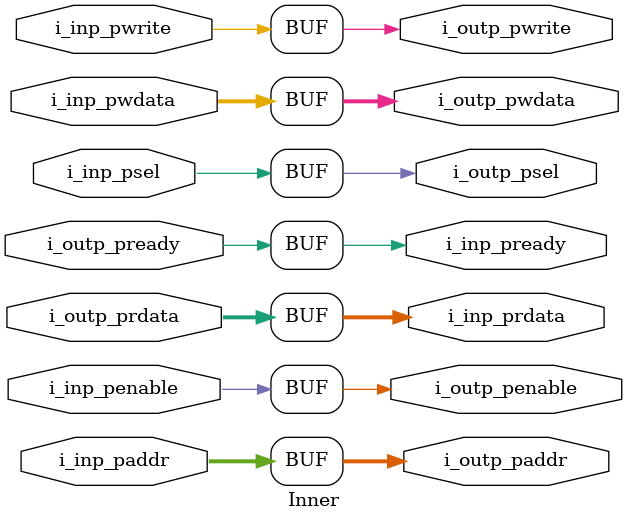
<source format=sv>
module Top (
	input logic inp_penable,
	output logic inp_pready,
	input logic inp_psel,
	input logic inp_pwrite,
	input logic [31:0] inp_pwdata,
	output logic [31:0] inp_prdata,
	input logic [31:0] inp_paddr,

	output logic outp_penable,
	input logic outp_pready,
	output logic outp_psel,
	output logic outp_pwrite,
	output logic [31:0] outp_pwdata,
	input logic [31:0] outp_prdata,
	output logic [31:0] outp_paddr
);

	Inner u (
		.i_inp_penable(inp_penable),
		.i_inp_pready(inp_pready),
		.i_inp_psel(inp_psel),
		.i_inp_pwrite(inp_pwrite),
		.i_inp_pwdata(inp_pwdata),
		.i_inp_prdata(inp_prdata),
		.i_inp_paddr(inp_paddr),

		.i_outp_penable(outp_penable),
		.i_outp_pready(outp_pready),
		.i_outp_psel(outp_psel),
		.i_outp_pwrite(outp_pwrite),
		.i_outp_pwdata(outp_pwdata),
		.i_outp_prdata(outp_prdata),
		.i_outp_paddr(outp_paddr)
	);

endmodule


////////////////////////////////////////////////////////////////////////////////
// Inner
////////////////////////////////////////////////////////////////////////////////
module Inner (
	input logic i_inp_penable,
	output logic i_inp_pready,
	input logic i_inp_psel,
	input logic i_inp_pwrite,
	input logic [31:0] i_inp_pwdata,
	output logic [31:0] i_inp_prdata,
	input logic [31:0] i_inp_paddr,

	output logic i_outp_penable,
	input logic i_outp_pready,
	output logic i_outp_psel,
	output logic i_outp_pwrite,
	output logic [31:0] i_outp_pwdata,
	input logic [31:0] i_outp_prdata,
	output logic [31:0] i_outp_paddr
);

	assign i_outp_penable = i_inp_penable;
	assign i_outp_psel = i_inp_psel;
	assign i_outp_pwrite = i_inp_pwrite;
	assign i_outp_pwdata = i_inp_pwdata;
	assign i_outp_paddr = i_inp_paddr;
	assign i_inp_pready = i_outp_pready;
	assign i_inp_prdata = i_outp_prdata;

endmodule



</source>
